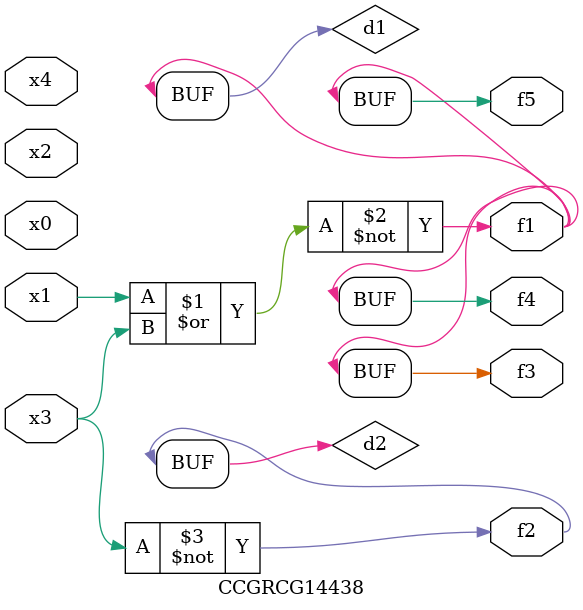
<source format=v>
module CCGRCG14438(
	input x0, x1, x2, x3, x4,
	output f1, f2, f3, f4, f5
);

	wire d1, d2;

	nor (d1, x1, x3);
	not (d2, x3);
	assign f1 = d1;
	assign f2 = d2;
	assign f3 = d1;
	assign f4 = d1;
	assign f5 = d1;
endmodule

</source>
